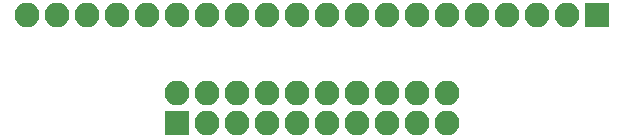
<source format=gbr>
G04 #@! TF.FileFunction,Soldermask,Bot*
%FSLAX46Y46*%
G04 Gerber Fmt 4.6, Leading zero omitted, Abs format (unit mm)*
G04 Created by KiCad (PCBNEW 4.0.5) date 10/06/17 13:28:22*
%MOMM*%
%LPD*%
G01*
G04 APERTURE LIST*
%ADD10C,0.100000*%
%ADD11R,2.100000X2.100000*%
%ADD12O,2.100000X2.100000*%
G04 APERTURE END LIST*
D10*
D11*
X189992000Y-69850000D03*
D12*
X187452000Y-69850000D03*
X184912000Y-69850000D03*
X182372000Y-69850000D03*
X179832000Y-69850000D03*
X177292000Y-69850000D03*
X174752000Y-69850000D03*
X172212000Y-69850000D03*
X169672000Y-69850000D03*
X167132000Y-69850000D03*
X164592000Y-69850000D03*
X162052000Y-69850000D03*
X159512000Y-69850000D03*
X156972000Y-69850000D03*
X154432000Y-69850000D03*
X151892000Y-69850000D03*
X149352000Y-69850000D03*
X146812000Y-69850000D03*
X144272000Y-69850000D03*
X141732000Y-69850000D03*
D11*
X154432000Y-78994000D03*
D12*
X154432000Y-76454000D03*
X156972000Y-78994000D03*
X156972000Y-76454000D03*
X159512000Y-78994000D03*
X159512000Y-76454000D03*
X162052000Y-78994000D03*
X162052000Y-76454000D03*
X164592000Y-78994000D03*
X164592000Y-76454000D03*
X167132000Y-78994000D03*
X167132000Y-76454000D03*
X169672000Y-78994000D03*
X169672000Y-76454000D03*
X172212000Y-78994000D03*
X172212000Y-76454000D03*
X174752000Y-78994000D03*
X174752000Y-76454000D03*
X177292000Y-78994000D03*
X177292000Y-76454000D03*
M02*

</source>
